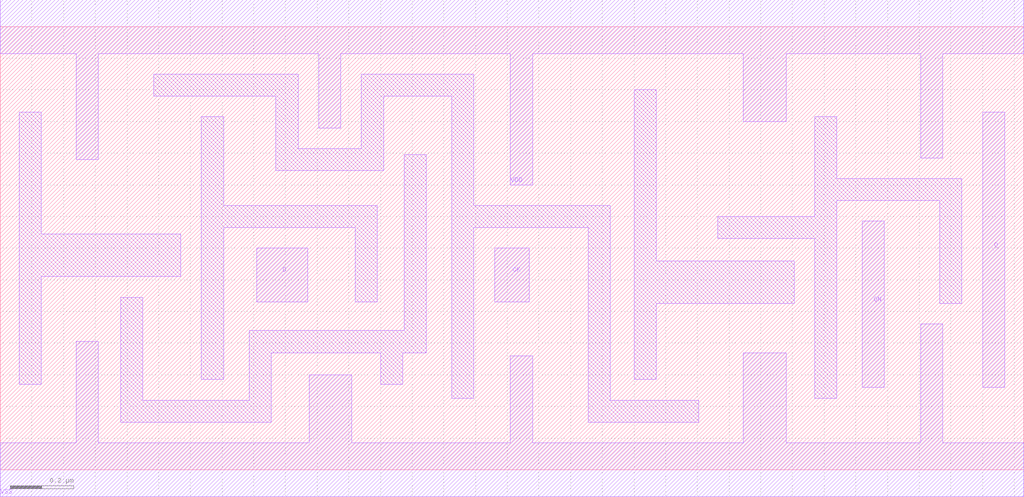
<source format=lef>
# 
# ******************************************************************************
# *                                                                            *
# *                   Copyright (C) 2004-2010, Nangate Inc.                    *
# *                           All rights reserved.                             *
# *                                                                            *
# * Nangate and the Nangate logo are trademarks of Nangate Inc.                *
# *                                                                            *
# * All trademarks, logos, software marks, and trade names (collectively the   *
# * "Marks") in this program are proprietary to Nangate or other respective    *
# * owners that have granted Nangate the right and license to use such Marks.  *
# * You are not permitted to use the Marks without the prior written consent   *
# * of Nangate or such third party that may own the Marks.                     *
# *                                                                            *
# * This file has been provided pursuant to a License Agreement containing     *
# * restrictions on its use. This file contains valuable trade secrets and     *
# * proprietary information of Nangate Inc., and is protected by U.S. and      *
# * international laws and/or treaties.                                        *
# *                                                                            *
# * The copyright notice(s) in this file does not indicate actual or intended  *
# * publication of this file.                                                  *
# *                                                                            *
# *     NGLibraryCreator, v2010.08-HR32-SP3-2010-08-05 - build 1009061800      *
# *                                                                            *
# ******************************************************************************
# 
# 
# Running on brazil06.nangate.com.br for user Giancarlo Franciscatto (gfr).
# Local time is now Fri, 3 Dec 2010, 19:32:18.
# Main process id is 27821.

VERSION 5.6 ;
BUSBITCHARS "[]" ;
DIVIDERCHAR "/" ;

MACRO DFF_X1
  CLASS core ;
  FOREIGN DFF_X1 0.0 0.0 ;
  ORIGIN 0 0 ;
  SYMMETRY X Y ;
  SITE FreePDK45_38x28_10R_NP_162NW_34O ;
  SIZE 3.23 BY 1.4 ;
  PIN D
    DIRECTION INPUT ;
    ANTENNAPARTIALMETALAREA 0.0272 LAYER metal1 ;
    ANTENNAPARTIALMETALSIDEAREA 0.0858 LAYER metal1 ;
    ANTENNAGATEAREA 0.03475 ;
    PORT
      LAYER metal1 ;
        POLYGON 0.81 0.53 0.97 0.53 0.97 0.7 0.81 0.7  ;
    END
  END D
  PIN CK
    DIRECTION INPUT ;
    ANTENNAPARTIALMETALAREA 0.0187 LAYER metal1 ;
    ANTENNAPARTIALMETALSIDEAREA 0.0728 LAYER metal1 ;
    ANTENNAGATEAREA 0.02625 ;
    PORT
      LAYER metal1 ;
        POLYGON 1.56 0.53 1.67 0.53 1.67 0.7 1.56 0.7  ;
    END
  END CK
  PIN Q
    DIRECTION OUTPUT ;
    ANTENNAPARTIALMETALAREA 0.0609 LAYER metal1 ;
    ANTENNAPARTIALMETALSIDEAREA 0.2444 LAYER metal1 ;
    ANTENNADIFFAREA 0.109725 ;
    PORT
      LAYER metal1 ;
        POLYGON 3.1 0.26 3.17 0.26 3.17 1.13 3.1 1.13  ;
    END
  END Q
  PIN QN
    DIRECTION OUTPUT ;
    ANTENNAPARTIALMETALAREA 0.03675 LAYER metal1 ;
    ANTENNAPARTIALMETALSIDEAREA 0.1547 LAYER metal1 ;
    ANTENNADIFFAREA 0.109725 ;
    PORT
      LAYER metal1 ;
        POLYGON 2.72 0.26 2.79 0.26 2.79 0.785 2.72 0.785  ;
    END
  END QN
  PIN VDD
    DIRECTION INOUT ;
    USE power ;
    SHAPE ABUTMENT ;
    PORT
      LAYER metal1 ;
        POLYGON 0 1.315 0.24 1.315 0.24 0.98 0.31 0.98 0.31 1.315 1.005 1.315 1.005 1.08 1.075 1.08 1.075 1.315 1.61 1.315 1.61 0.9 1.68 0.9 1.68 1.315 2.345 1.315 2.345 1.1 2.48 1.1 2.48 1.315 2.905 1.315 2.905 0.985 2.975 0.985 2.975 1.315 3.035 1.315 3.23 1.315 3.23 1.485 3.035 1.485 0 1.485  ;
    END
  END VDD
  PIN VSS
    DIRECTION INOUT ;
    USE ground ;
    SHAPE ABUTMENT ;
    PORT
      LAYER metal1 ;
        POLYGON 0 -0.085 3.23 -0.085 3.23 0.085 2.975 0.085 2.975 0.46 2.905 0.46 2.905 0.085 2.48 0.085 2.48 0.37 2.345 0.37 2.345 0.085 1.68 0.085 1.68 0.36 1.61 0.36 1.61 0.085 1.11 0.085 1.11 0.3 0.975 0.3 0.975 0.085 0.31 0.085 0.31 0.405 0.24 0.405 0.24 0.085 0 0.085  ;
    END
  END VSS
  OBS
      LAYER metal1 ;
        POLYGON 0.06 0.27 0.13 0.27 0.13 0.61 0.57 0.61 0.57 0.745 0.13 0.745 0.13 1.13 0.06 1.13  ;
        POLYGON 0.635 0.285 0.705 0.285 0.705 0.765 1.12 0.765 1.12 0.53 1.19 0.53 1.19 0.835 0.705 0.835 0.705 1.115 0.635 1.115  ;
        POLYGON 0.38 0.15 0.855 0.15 0.855 0.37 1.2 0.37 1.2 0.27 1.27 0.27 1.27 0.37 1.345 0.37 1.345 0.995 1.275 0.995 1.275 0.44 0.785 0.44 0.785 0.22 0.45 0.22 0.45 0.545 0.38 0.545  ;
        POLYGON 0.485 1.18 0.87 1.18 0.87 0.945 1.21 0.945 1.21 1.18 1.425 1.18 1.425 0.225 1.495 0.225 1.495 0.765 1.855 0.765 1.855 0.15 2.205 0.15 2.205 0.22 1.925 0.22 1.925 0.835 1.495 0.835 1.495 1.25 1.14 1.25 1.14 1.015 0.94 1.015 0.94 1.25 0.485 1.25  ;
        POLYGON 2 0.285 2.07 0.285 2.07 0.525 2.505 0.525 2.505 0.66 2.07 0.66 2.07 1.2 2 1.2  ;
        POLYGON 2.265 0.73 2.57 0.73 2.57 0.225 2.64 0.225 2.64 0.85 2.965 0.85 2.965 0.525 3.035 0.525 3.035 0.92 2.64 0.92 2.64 1.115 2.57 1.115 2.57 0.8 2.265 0.8  ;
  END
END DFF_X1

END LIBRARY
#
# End of file
#

</source>
